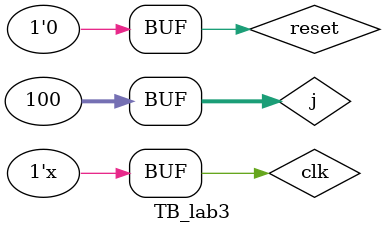
<source format=v>
module TB_lab3();
	reg clk;
	reg reset;
	wire OVF,N,Z,C;
	// instantiate device to be tested
	toplevel DUT(reset, clk, C, N, Z, OVF);
	integer j;
	// initialize test
	initial
	begin
		clk = 0 ;
		reset <= 1; # 22; reset <= 0;
	end
	// generate clock to sequence tests
	always @* begin
			for(j=0;j<100;j=j+1) begin
				clk = clk ^ 1'b1;
				#5;
				//For now the frequency is too high but it's just for simulation
			end
	end
endmodule

</source>
